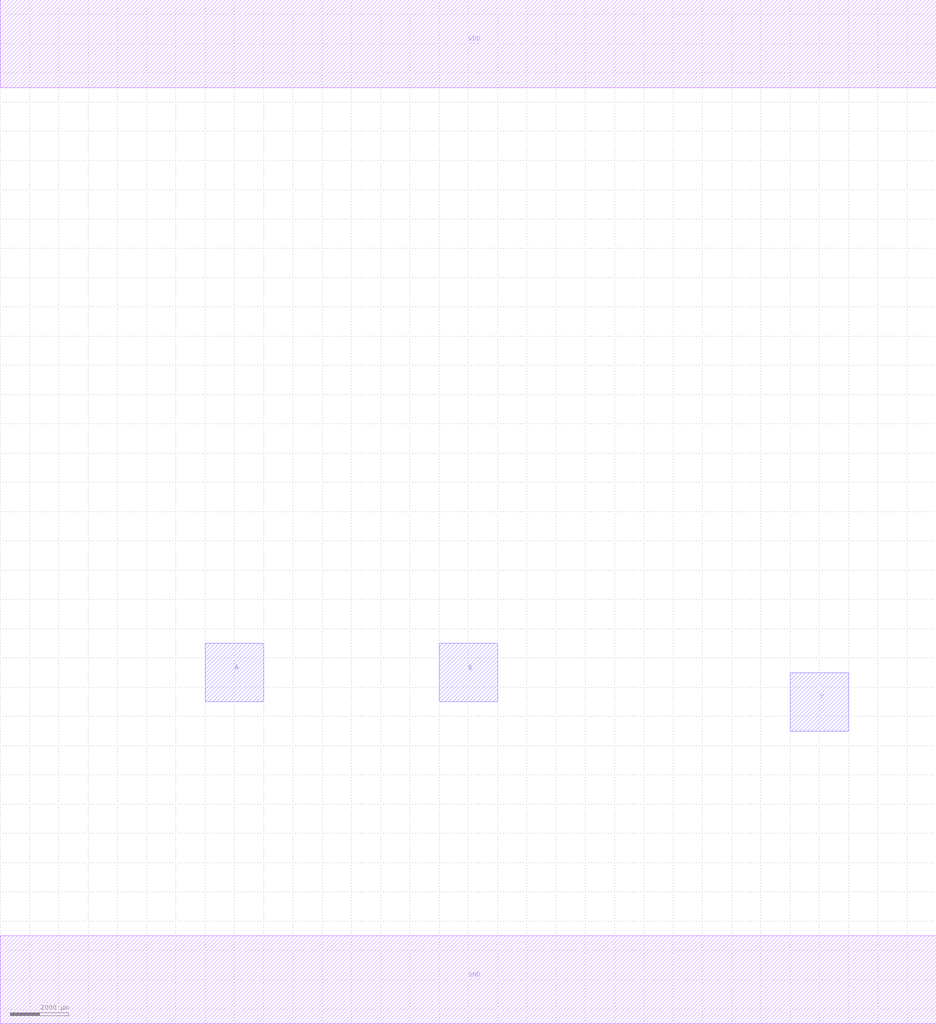
<source format=lef>
MACRO AND2X2
 CLASS CORE ;
 ORIGIN 0 0 ;
 FOREIGN AND2X2 0 0 ;
 SITE CORE ;
 SYMMETRY X Y R90 ;
  PIN VDD
   DIRECTION INOUT ;
   USE SIGNAL ;
   SHAPE ABUTMENT ;
    PORT
     CLASS CORE ;
       LAYER metal1 ;
        RECT 0.00000000 30500.00000000 32000.00000000 33500.00000000 ;
    END
  END VDD

  PIN GND
   DIRECTION INOUT ;
   USE SIGNAL ;
   SHAPE ABUTMENT ;
    PORT
     CLASS CORE ;
       LAYER metal1 ;
        RECT 0.00000000 -1500.00000000 32000.00000000 1500.00000000 ;
    END
  END GND

  PIN A
   DIRECTION INOUT ;
   USE SIGNAL ;
   SHAPE ABUTMENT ;
    PORT
     CLASS CORE ;
       LAYER metal2 ;
        RECT 7000.00000000 9500.00000000 9000.00000000 11500.00000000 ;
    END
  END A

  PIN B
   DIRECTION INOUT ;
   USE SIGNAL ;
   SHAPE ABUTMENT ;
    PORT
     CLASS CORE ;
       LAYER metal2 ;
        RECT 15000.00000000 9500.00000000 17000.00000000 11500.00000000 ;
    END
  END B

  PIN Y
   DIRECTION INOUT ;
   USE SIGNAL ;
   SHAPE ABUTMENT ;
    PORT
     CLASS CORE ;
       LAYER metal2 ;
        RECT 27000.00000000 8500.00000000 29000.00000000 10500.00000000 ;
    END
  END Y


END AND2X2

</source>
